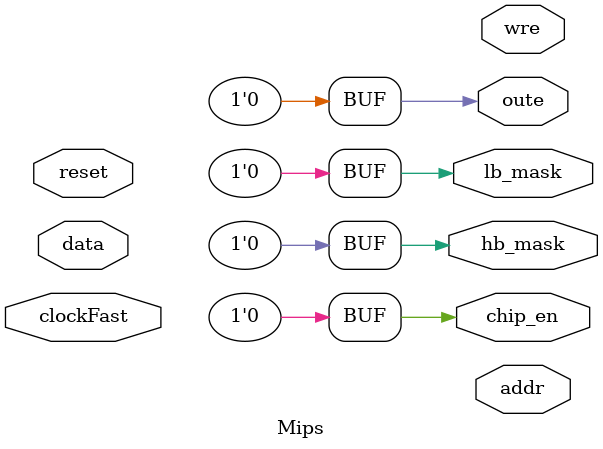
<source format=v>
  module Mips (
	input clockFast,
	input reset,
	//RAM
	output	[17:0]	addr,
	inout	[15:0]	data,
	output		wre,
	output		oute,
	output		hb_mask,
	output		lb_mask,
	output		chip_en
);

//Pedaço do clock dividido;
reg clock;

assign oute = 0;
assign hb_mask = 0;
assign lb_mask = 0;
assign chip_en = 0;

always @(posedge clockFast) clock = !clock;

always @(negedge reset) begin
	clock <= 0;
end

//Wires por causa do erro relatado no e-mail

	wire [4:0] addra;
	wire [4:0] addrb;
	wire [4:0] addrc;
	wire [4:0] addrout;
	wire [31:0] ass_dataa;
	wire [31:0] ass_datab;
	wire [31:0] dataa;
	wire [31:0] datab;
	wire [31:0] datac;
	wire enc;
	wire ex_if_stall;
	wire ex_mem_readmem;
	wire [31:0] ex_mem_regb;
	wire [4:0] ex_mem_regdest;
	wire ex_mem_selwsource;
	wire [31:0] ex_mem_wbvalue;
	wire ex_mem_writemem;
	wire ex_mem_writereg;
	wire [2:0] id_ex_aluop;
	wire [31:0] id_ex_imedext;
	wire id_ex_readmem;
	wire [31:0] id_ex_rega;
	wire [31:0] id_ex_regb;
	wire [4:0] id_ex_regdest;
	wire id_ex_selalushift;
	wire id_ex_selimregb;
	wire id_ex_selwsource;
	wire [4:0] id_ex_shiftamt;
	wire [1:0] id_ex_shiftop;
	wire id_ex_unsig;
	wire id_ex_writemem;
	wire id_ex_writeov;
	wire id_ex_writereg;
	wire [31:0] id_if_pcimd2ext;
	wire [31:0] id_if_pcindex;
	wire [31:0] id_if_rega;
	wire id_if_selpcsource;
	wire [1:0] id_if_selpctype;
	wire [4:0] id_reg_addra;
	wire [4:0] id_reg_addrb;
	wire [31:0] if_id_instruc;
	wire [31:0] if_id_nextpc;
	wire [17:0] if_mc_addr;
	wire if_mc_en;
	wire [31:0] mc_if_data;
	wire [17:0] mc_ram_addr;
	wire [15:0] mc_ram_data;
	wire mc_ram_wre;
	wire [17:0] mem_mc_addr;
	wire [31:0] mem_mc_data;
	wire mem_mc_en;
	wire mem_mc_rw;
	wire [4:0] mem_wb_regdest;
	wire [31:0] mem_wb_wbvalue;
	wire mem_wb_writereg;
	wire [31:0] reg_id_ass_dataa;
	wire [31:0] reg_id_ass_datab;
	wire [31:0] reg_id_dataa;
	wire [31:0] reg_id_datab;
	wire [31:0] regout;
	wire reset;
	wire [4:0] wb_reg_addr;
	wire [31:0] wb_reg_data;
	wire wb_reg_en;

MemControler memControler(
    clockFast,
    reset,
    //Fetch
    if_mc_en,
    if_mc_addr,
    mc_if_data,
    //Memory
    mem_mc_rw,
    mem_mc_en,
    mem_mc_addr,
    mem_mc_data,
    //Ram
    mc_ram_addr,
    mc_ram_wre,
    mc_ram_data
);


Memory MEMORY(
    clock,
    reset,
    //Execute
    ex_mem_readmem,
    ex_mem_writemem,
    ex_mem_regb,
    ex_mem_selwsource,
    ex_mem_regdest,
    ex_mem_writereg,
    ex_mem_wbvalue,

    //Memory Controller
    mem_mc_rw,
    mem_mc_en,
    mem_mc_addr,
    mem_mc_data,
    //Writeback
    mem_wb_regdest,
    mem_wb_writereg,
    mem_wb_wbvalue
);

Execute EXECUTE(
	clock,
	reset,
    //Decode
	id_ex_selalushift,
	id_ex_selimregb,
	id_ex_aluop,
	id_ex_unsig,
	id_ex_shiftop,
	id_ex_shiftamt,
	id_ex_rega,
	id_ex_readmem,
	id_ex_writemem,
	id_ex_regb,
	id_ex_imedext,
	id_ex_selwsource,
	id_ex_regdest,
	id_ex_writereg,
	id_ex_writeov,
    //Fetch
	ex_if_stall,
    //Memory
	ex_mem_readmem,
	ex_mem_writemem,
	ex_mem_regb,
	ex_mem_selwsource,
	ex_mem_regdest,
	ex_mem_writereg,
	ex_mem_wbvalue
);


Writeback WRITEBACK(
    //Memory
    mem_wb_regdest,
    mem_wb_writereg,
    mem_wb_wbvalue,
    //Registers
    wb_reg_en,
    wb_reg_addr,
    wb_reg_data
);

Fetch FETCH(
    clock,
    reset,
    //Execute
    ex_if_stall,
    //Decode
    if_id_nextpc,
    if_id_instruc,
    id_if_selpcsource,
    id_if_rega,
    id_if_pcimd2ext,
    id_if_pcindex,
    id_if_selpctype,
    //Memory Controller
    if_mc_en,
    if_mc_addr,
    mc_if_data
);

Decode DECODE(
	clock,
	reset,
    //Fetch
	if_id_instruc,
	if_id_nextpc,
	id_if_selpcsource,
	id_if_rega,
	id_if_pcimd2ext,
	id_if_pcindex,
	id_if_selpctype,
    //Execute
	id_ex_selalushift,
	id_ex_selimregb,
	id_ex_aluop,
	id_ex_unsig,
	id_ex_shiftop,
	id_ex_shiftamt,
	id_ex_rega,
	id_ex_readmem,
	id_ex_writemem,
	id_ex_regb,
	id_ex_imedext,
	id_ex_selwsource,
	id_ex_regdest,
	id_ex_writereg,
	id_ex_writeov,
 //Registers
	id_reg_addra,
	id_reg_addrb,
	reg_id_dataa,
	reg_id_datab,
	reg_id_ass_dataa,
	reg_id_ass_datab
);

Registers REGISTERS (
	clock,
	reset,
	addra,
	dataa,
	ass_dataa,
	addrb,
	datab,
	ass_datab,
	enc,
	addrc,
	datac,
	addrout,
	regout
);

endmodule

</source>
